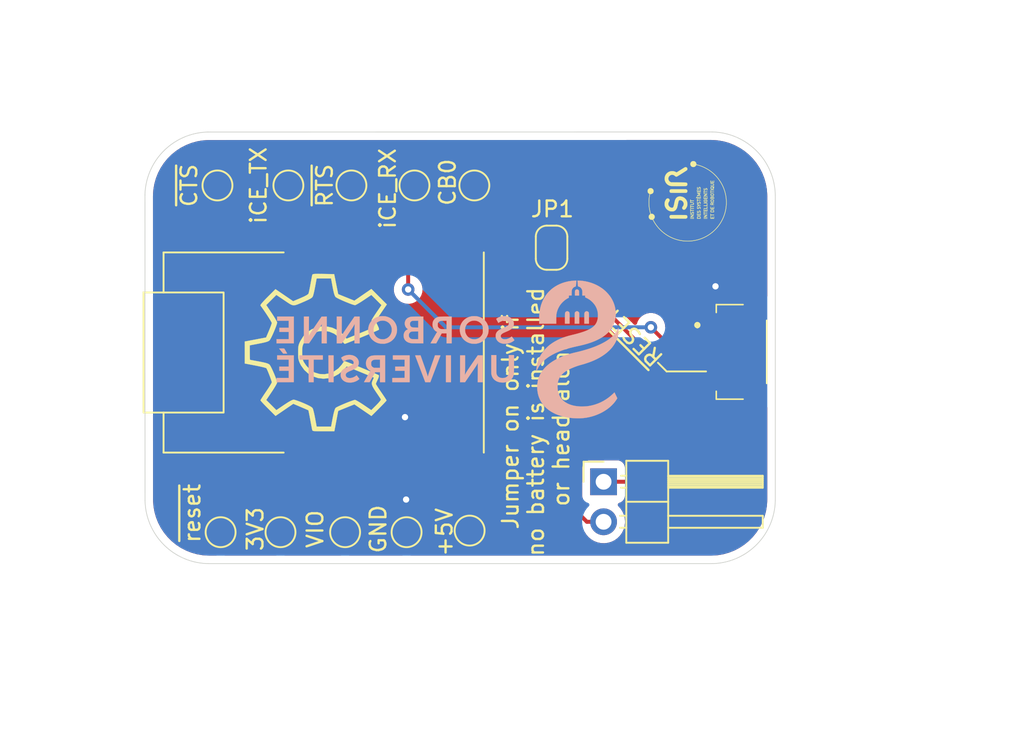
<source format=kicad_pcb>
(kicad_pcb (version 20211014) (generator pcbnew)
  (layers (0 "F.Cu" signal) (31 "B.Cu" signal) (34 "B.Paste" user) (35 "F.Paste" user) (36 "B.SilkS" user "B.Silkscreen") (37 "F.SilkS" user "F.Silkscreen") (38 "B.Mask" user) (39 "F.Mask" user) (44 "Edge.Cuts" user))
  (net 0 "")
  (net 1 "GND")
  (net 2 "/iCE_TX")
  (net 3 "/iCE_RX")
  (net 4 "/+Batt")
  (net 6 "/Charge")
  (net 7 "Net-(JP1-Pad1)")
  (net 8 "Net-(TP1-Pad1)")
  (net 9 "Net-(TP2-Pad1)")
  (net 10 "Net-(TP4-Pad1)")
  (net 11 "Net-(TP5-Pad1)")
  (net 12 "Net-(TP6-Pad1)")
  (net 14 "/~{RESET}")
  (footprint "Connector_PinHeader_2.54mm:PinHeader_1x02_P2.54mm_Horizontal" (layer "F.Cu") (at 139.1 95.4)
    (fp_text reference "J2" hide)
    (fp_text value "Conn_01x02_Male")
    (pad "1" thru_hole rect (at 0 0) (size 1.7 1.7) (drill 1) (layers *.Cu *.Mask) (net 4 "/+Batt"))
    (pad "2" thru_hole oval (at 0 2.54) (size 1.7 1.7) (drill 1) (layers *.Cu *.Mask) (net 6 "/Charge"))
  )
  (footprint "MyFootprints:logo_isir_petit" (layer "F.Cu") (at 144.4 77.6 90)
    (fp_text reference "G***" hide)
    (fp_text value "LOGO" hide)
  )
  (footprint "TestPoint:TestPoint_Pad_D1.5mm" (layer "F.Cu") (at 130.9 76.6)
    (fp_text reference "TP9" hide)
    (fp_text value "TestPoint" hide)
    (pad "1" smd circle (at 0 0) (size 1.5 1.5) (layers "F.Cu" "F.Mask") (net 7 "Net-(JP1-Pad1)"))
  )
  (footprint "TestPoint:TestPoint_Pad_D1.5mm" (layer "F.Cu") (at 119.1 76.6)
    (fp_text reference "TP3" hide)
    (fp_text value "TestPoint" hide)
    (pad "1" smd circle (at 0 0) (size 1.5 1.5) (layers "F.Cu" "F.Mask") (net 2 "/iCE_TX"))
  )
  (footprint "TestPoint:TestPoint_Pad_D1.5mm" (layer "F.Cu") (at 114.8 98.6)
    (fp_text reference "TP2" hide)
    (fp_text value "TestPoint" hide)
    (pad "1" smd circle (at 0 0) (size 1.5 1.5) (layers "F.Cu" "F.Mask") (net 9 "Net-(TP2-Pad1)"))
  )
  (footprint "TestPoint:TestPoint_Pad_D1.5mm" (layer "F.Cu") (at 127.1 76.6)
    (fp_text reference "TP7" hide)
    (fp_text value "TestPoint" hide)
    (pad "1" smd circle (at 0 0) (size 1.5 1.5) (layers "F.Cu" "F.Mask") (net 3 "/iCE_RX"))
  )
  (footprint "TestPoint:TestPoint_Pad_D1.5mm" (layer "F.Cu") (at 114.6 76.6)
    (fp_text reference "TP1" hide)
    (fp_text value "TestPoint" hide)
    (pad "1" smd circle (at 0 0) (size 1.5 1.5) (layers "F.Cu" "F.Mask") (net 8 "Net-(TP1-Pad1)"))
  )
  (footprint "Jumper:SolderJumper-2_P1.3mm_Open_RoundedPad1.0x1.5mm" (layer "F.Cu") (at 135.8 80.55 -90)
    (fp_text reference "JP1" (at -2.45 -0.05) (layer "F.SilkS"))
    (fp_text value "SolderJumper_2_Open")
    (pad "1" smd custom (at -0.65 0 270) (size 1 0.5) (layers "F.Cu" "F.Mask") (net 7 "Net-(JP1-Pad1)") (options (clearance outline) (anchor rect)) (primitives (gr_circle (center 0 0.25) (end 0.5 0.25) (width 0) (fill yes)) (gr_circle (center 0 -0.25) (end 0.5 -0.25) (width 0) (fill yes)) (gr_poly (pts (xy 0.5 0.75) (xy 0 0.75) (xy 0 -0.75) (xy 0.5 -0.75)) (width 0) (fill yes))))
    (pad "2" smd custom (at 0.65 0 270) (size 1 0.5) (layers "F.Cu" "F.Mask") (net 14 "/~{RESET}") (options (clearance outline) (anchor rect)) (primitives (gr_circle (center 0 0.25) (end 0.5 0.25) (width 0) (fill yes)) (gr_circle (center 0 -0.25) (end 0.5 -0.25) (width 0) (fill yes)) (gr_poly (pts (xy 0 0.75) (xy -0.5 0.75) (xy -0.5 -0.75) (xy 0 -0.75)) (width 0) (fill yes))))
  )
  (footprint "TestPoint:TestPoint_Pad_D1.5mm" (layer "F.Cu") (at 118.6 98.6)
    (fp_text reference "TP4" hide)
    (fp_text value "TestPoint" hide)
    (pad "1" smd circle (at 0 0) (size 1.5 1.5) (layers "F.Cu" "F.Mask") (net 10 "Net-(TP4-Pad1)"))
  )
  (footprint "TestPoint:TestPoint_Pad_D1.5mm" (layer "F.Cu") (at 130.6 98.5)
    (fp_text reference "TP10" hide)
    (fp_text value "TestPoint" hide)
    (pad "1" smd circle (at 0 0) (size 1.5 1.5) (layers "F.Cu" "F.Mask") (net 6 "/Charge"))
  )
  (footprint "TestPoint:TestPoint_Pad_D1.5mm" (layer "F.Cu") (at 123.1 76.6)
    (fp_text reference "TP5" hide)
    (fp_text value "TestPoint" hide)
    (pad "1" smd circle (at 0 0) (size 1.5 1.5) (layers "F.Cu" "F.Mask") (net 11 "Net-(TP5-Pad1)"))
  )
  (footprint "MyFootprints:OSHW_empty_10mm" (layer "F.Cu") (at 120.8 87.2 90)
    (fp_text reference "G***" hide)
    (fp_text value "LOGO" hide)
  )
  (footprint "TestPoint:TestPoint_Pad_D1.5mm" (layer "F.Cu") (at 126.6 98.6)
    (fp_text reference "TP8" hide)
    (fp_text value "TestPoint" hide)
    (pad "1" smd circle (at 0 0) (size 1.5 1.5) (layers "F.Cu" "F.Mask") (net 1 "GND"))
  )
  (footprint "TestPoint:TestPoint_Pad_D1.5mm" (layer "F.Cu") (at 122.7 98.6)
    (fp_text reference "TP6" hide)
    (fp_text value "TestPoint" hide)
    (pad "1" smd circle (at 0 0) (size 1.5 1.5) (layers "F.Cu" "F.Mask") (net 12 "Net-(TP6-Pad1)"))
  )
  (footprint "MyFootprints:23287028" (layer "F.Cu") (at 147.2 87.16 90)
    (fp_text reference "J1" hide)
    (fp_text value "2328702-8" hide)
    (pad "1" smd rect (at 1.75 -0.95 90) (size 0.3 0.8) (layers "F.Cu" "F.Paste" "F.Mask") (net 1 "GND"))
    (pad "2" smd rect (at 1.25 -0.95 90) (size 0.3 0.8) (layers "F.Cu" "F.Paste" "F.Mask") (net 2 "/iCE_TX"))
    (pad "3" smd rect (at 0.75 -0.95 90) (size 0.3 0.8) (layers "F.Cu" "F.Paste" "F.Mask") (net 3 "/iCE_RX"))
    (pad "4" smd rect (at 0.25 -0.95 90) (size 0.3 0.8) (layers "F.Cu" "F.Paste" "F.Mask"))
    (pad "5" smd rect (at -0.25 -0.95 90) (size 0.3 0.8) (layers "F.Cu" "F.Paste" "F.Mask") (net 4 "/+Batt"))
    (pad "6" smd rect (at -0.75 -0.95 90) (size 0.3 0.8) (layers "F.Cu" "F.Paste" "F.Mask"))
    (pad "7" smd rect (at -1.25 -0.95 90) (size 0.3 0.8) (layers "F.Cu" "F.Paste" "F.Mask") (net 14 "/~{RESET}"))
    (pad "8" smd rect (at -1.75 -0.95 90) (size 0.3 0.8) (layers "F.Cu" "F.Paste" "F.Mask") (net 6 "/Charge"))
    (pad "MP1" smd rect (at 2.75 1.55 90) (size 0.4 0.8) (layers "F.Cu" "F.Paste" "F.Mask") (net 1 "GND"))
    (pad "MP2" smd rect (at -2.75 1.55 90) (size 0.4 0.8) (layers "F.Cu" "F.Paste" "F.Mask") (net 1 "GND"))
  )
  (footprint "MyFootprints:umft234xf" (layer "F.Cu") (at 125.15 87.2)
    (fp_text reference "U1" hide)
    (fp_text value "umft234xf_module")
    (pad "1" smd circle (at -5.08 6.35) (size 2 2) (layers "F.Cu" "F.Mask") (net 9 "Net-(TP2-Pad1)"))
    (pad "2" smd circle (at -2.54 6.35) (size 2 2) (layers "F.Cu" "F.Mask") (net 10 "Net-(TP4-Pad1)"))
    (pad "3" smd circle (at 0 6.35) (size 2 2) (layers "F.Cu" "F.Mask") (net 12 "Net-(TP6-Pad1)"))
    (pad "4" smd circle (at 2.54 6.35) (size 2 2) (layers "F.Cu" "F.Mask") (net 1 "GND"))
    (pad "5" smd circle (at 5.08 6.35) (size 2 2) (layers "F.Cu" "F.Mask") (net 6 "/Charge"))
    (pad "6" smd circle (at 5.08 -6.35) (size 2 2) (layers "F.Cu" "F.Mask") (net 7 "Net-(JP1-Pad1)"))
    (pad "7" smd circle (at 2.54 -6.35) (size 2 2) (layers "F.Cu" "F.Mask") (net 3 "/iCE_RX"))
    (pad "8" smd circle (at 0 -6.35) (size 2 2) (layers "F.Cu" "F.Mask") (net 11 "Net-(TP5-Pad1)"))
    (pad "9" smd circle (at -2.54 -6.35) (size 2 2) (layers "F.Cu" "F.Mask") (net 2 "/iCE_TX"))
    (pad "10" smd circle (at -5.08 -6.35) (size 2 2) (layers "F.Cu" "F.Mask") (net 8 "Net-(TP1-Pad1)"))
  )
  (footprint "MyFootprints:LOGO_SU_petit" (layer "B.Cu") (at 129.2 87 180)
    (fp_text reference "G***" hide)
    (fp_text value "LOGO" hide)
  )
  (gr_line (start 142.55 87.85) (end 143.1 88.4) (layer "F.SilkS") (width 0.12))
  (gr_line (start 143.1 88.4) (end 145.6 88.4) (layer "F.SilkS") (width 0.12))
  (gr_arc (start 114.005266 100.594734) (mid 111.2 99.4) (end 110.005266 96.594734) (layer "Edge.Cuts") (width 0.05))
  (gr_arc (start 145.994734 73.205266) (mid 148.8 74.4) (end 149.994734 77.205266) (layer "Edge.Cuts") (width 0.05))
  (gr_arc (start 149.994734 96.594734) (mid 148.8 99.4) (end 145.994734 100.594734) (layer "Edge.Cuts") (width 0.05))
  (gr_arc (start 110 77.210532) (mid 111.194734 74.405266) (end 114 73.210532) (layer "Edge.Cuts") (width 0.05))
  (gr_line (start 114 73.210532) (end 145.994734 73.205266) (layer "Edge.Cuts") (width 0.05))
  (gr_line (start 110.005266 96.594734) (end 110 77.210532) (layer "Edge.Cuts") (width 0.05))
  (gr_line (start 145.994734 100.594734) (end 114.005266 100.594734) (layer "Edge.Cuts") (width 0.05))
  (gr_line (start 149.994734 77.205266) (end 149.994734 96.594734) (layer "Edge.Cuts") (width 0.05))
  (gr_text "~{CTS}" (at 112.8 76.6 90) (layer "F.SilkS") (effects (font (size 1 1))))
  (gr_text "+5V" (at 129 98.6 90) (layer "F.SilkS") (effects (font (size 1 1))))
  (gr_text "VIO" (at 120.8 98.4 90) (layer "F.SilkS") (effects (font (size 1 1))))
  (gr_text "~{reset}" (at 113 97.4 90) (layer "F.SilkS") (effects (font (size 1 1))))
  (gr_text "iCE_TX" (at 117.2 76.6 90) (layer "F.SilkS") (effects (font (size 1 1))))
  (gr_text "Jumper on only if\nno battery is installed\nor head alone" (at 134.8 91.6 90) (layer "F.SilkS") (effects (font (size 1 1))))
  (gr_text "~{RTS}" (at 121.4 76.6 90) (layer "F.SilkS") (effects (font (size 1 1))))
  (gr_text "3V3" (at 117 98.4 90) (layer "F.SilkS") (effects (font (size 1 1))))
  (gr_text "GND\n" (at 124.8 98.4 90) (layer "F.SilkS") (effects (font (size 1 1))))
  (gr_text "~{RESET}" (at 141 86.2 135) (layer "F.SilkS") (effects (font (size 1 1))))
  (gr_text "iCE_RX" (at 125.4 76.8 90) (layer "F.SilkS") (effects (font (size 1 1))))
  (gr_text "CB0" (at 129.2 76.4 90) (layer "F.SilkS") (effects (font (size 1 1))))
  (segment (start 126.57 96.53) (end 126.57 98.57) (width 0.25) (layer "F.Cu") (net 1))
  (segment (start 126.57 94.68) (end 126.57 96.53) (width 0.25) (layer "F.Cu") (net 1))
  (segment (start 148.14 84.41) (end 148.75 84.41) (width 0.25) (layer "F.Cu") (net 1))
  (segment (start 127.69 93.55) (end 126.5 92.36) (width 0.25) (layer "F.Cu") (net 1))
  (segment (start 127.69 93.55) (end 127.69 93.56) (width 0.25) (layer "F.Cu") (net 1))
  (segment (start 126.57 98.57) (end 126.6 98.6) (width 0.25) (layer "F.Cu") (net 1))
  (segment (start 146.25 85.41) (end 147.14 85.41) (width 0.25) (layer "F.Cu") (net 1))
  (segment (start 147.14 85.41) (end 148.14 84.41) (width 0.25) (layer "F.Cu") (net 1))
  (segment (start 146.25 85.41) (end 146.25 83.05) (width 0.25) (layer "F.Cu") (net 1))
  (segment (start 126.5 92.36) (end 126.5 91.3) (width 0.25) (layer "F.Cu") (net 1))
  (segment (start 146.25 83.05) (end 146.2 83) (width 0.25) (layer "F.Cu") (net 1))
  (segment (start 127.69 93.56) (end 126.57 94.68) (width 0.25) (layer "F.Cu") (net 1))
  (via (at 146.2 83) (size 0.8) (drill 0.4) (layers "F.Cu" "B.Cu") (net 1))
  (via (at 126.57 96.53) (size 0.8) (drill 0.4) (layers "F.Cu" "B.Cu") (net 1))
  (via (at 126.5 91.3) (size 0.8) (drill 0.4) (layers "F.Cu" "B.Cu") (net 1))
  (segment (start 119.1 76.2) (end 119.1 76.6) (width 0.25) (layer "F.Cu") (net 2))
  (segment (start 121.75 79.99) (end 122.61 80.85) (width 0.25) (layer "F.Cu") (net 2))
  (segment (start 119.75 76.6) (end 121.75 78.6) (width 0.25) (layer "F.Cu") (net 2))
  (segment (start 119.1 76.6) (end 119.75 76.6) (width 0.25) (layer "F.Cu") (net 2))
  (segment (start 133.8 74.8) (end 120.5 74.8) (width 0.25) (layer "F.Cu") (net 2))
  (segment (start 120.5 74.8) (end 119.1 76.2) (width 0.25) (layer "F.Cu") (net 2))
  (segment (start 146.25 85.91) (end 144.91 85.91) (width 0.25) (layer "F.Cu") (net 2))
  (segment (start 144.91 85.91) (end 133.8 74.8) (width 0.25) (layer "F.Cu") (net 2))
  (segment (start 121.75 78.6) (end 121.75 79.99) (width 0.25) (layer "F.Cu") (net 2))
  (segment (start 126.7 83.2) (end 126.7 81.84) (width 0.25) (layer "F.Cu") (net 3))
  (segment (start 142.91 86.41) (end 142.1 85.6) (width 0.25) (layer "F.Cu") (net 3))
  (segment (start 127.4 80.56) (end 127.69 80.85) (width 0.25) (layer "F.Cu") (net 3))
  (segment (start 126.7 81.84) (end 127.69 80.85) (width 0.25) (layer "F.Cu") (net 3))
  (segment (start 146.25 86.41) (end 142.91 86.41) (width 0.25) (layer "F.Cu") (net 3))
  (segment (start 127.1 76.6) (end 127.4 76.9) (width 0.25) (layer "F.Cu") (net 3))
  (segment (start 127.4 76.9) (end 127.4 80.56) (width 0.25) (layer "F.Cu") (net 3))
  (via (at 142.1 85.6) (size 0.8) (drill 0.4) (layers "F.Cu" "B.Cu") (net 3))
  (via (at 126.7 83.2) (size 0.8) (drill 0.4) (layers "F.Cu" "B.Cu") (net 3))
  (segment (start 142.1 85.6) (end 129.1 85.6) (width 0.25) (layer "B.Cu") (net 3))
  (segment (start 129.1 85.6) (end 126.7 83.2) (width 0.25) (layer "B.Cu") (net 3))
  (segment (start 147.5 87.960978) (end 146.949022 87.41) (width 0.25) (layer "F.Cu") (net 4))
  (segment (start 139.1 95.4) (end 142.6 95.4) (width 0.25) (layer "F.Cu") (net 4))
  (segment (start 142.6 95.4) (end 147.5 90.5) (width 0.25) (layer "F.Cu") (net 4))
  (segment (start 147.5 90.5) (end 147.5 87.960978) (width 0.25) (layer "F.Cu") (net 4))
  (segment (start 146.949022 87.41) (end 146.25 87.41) (width 0.25) (layer "F.Cu") (net 4))
  (segment (start 142.26 92.9) (end 130.88 92.9) (width 0.25) (layer "F.Cu") (net 6))
  (segment (start 138.04 97.94) (end 139.1 97.94) (width 0.25) (layer "F.Cu") (net 6))
  (segment (start 130.4 93.72) (end 130.4 98.3) (width 0.25) (layer "F.Cu") (net 6))
  (segment (start 130.28 93.6) (end 133.7 93.6) (width 0.25) (layer "F.Cu") (net 6))
  (segment (start 130.4 98.3) (end 130.6 98.5) (width 0.25) (layer "F.Cu") (net 6))
  (segment (start 130.23 93.55) (end 130.28 93.6) (width 0.25) (layer "F.Cu") (net 6))
  (segment (start 133.7 93.6) (end 138.04 97.94) (width 0.25) (layer "F.Cu") (net 6))
  (segment (start 146.25 88.91) (end 142.26 92.9) (width 0.25) (layer "F.Cu") (net 6))
  (segment (start 130.23 93.55) (end 130.4 93.72) (width 0.25) (layer "F.Cu") (net 6))
  (segment (start 130.88 92.9) (end 130.23 93.55) (width 0.25) (layer "F.Cu") (net 6))
  (segment (start 130.6 80.48) (end 130.23 80.85) (width 0.25) (layer "F.Cu") (net 7))
  (segment (start 130.9 76.6) (end 132.85 76.6) (width 0.25) (layer "F.Cu") (net 7))
  (segment (start 130.6 76.9) (end 130.6 80.48) (width 0.25) (layer "F.Cu") (net 7))
  (segment (start 130.9 76.6) (end 130.6 76.9) (width 0.25) (layer "F.Cu") (net 7))
  (segment (start 132.85 76.6) (end 135.8 79.55) (width 0.25) (layer "F.Cu") (net 7))
  (segment (start 135.8 79.55) (end 135.8 79.9) (width 0.25) (layer "F.Cu") (net 7))
  (segment (start 119.8 80.85) (end 120.07 80.85) (width 0.25) (layer "F.Cu") (net 8))
  (segment (start 115.55 76.6) (end 119.8 80.85) (width 0.25) (layer "F.Cu") (net 8))
  (segment (start 114.6 76.6) (end 115.55 76.6) (width 0.25) (layer "F.Cu") (net 8))
  (segment (start 118.6 94.45) (end 114.8 98.25) (width 0.25) (layer "F.Cu") (net 9))
  (segment (start 114.8 98.25) (end 114.8 98.6) (width 0.25) (layer "F.Cu") (net 9))
  (segment (start 119.17 94.45) (end 118.6 94.45) (width 0.25) (layer "F.Cu") (net 9))
  (segment (start 120.07 93.55) (end 119.17 94.45) (width 0.25) (layer "F.Cu") (net 9))
  (segment (start 122.61 93.55) (end 122.61 93.99) (width 0.25) (layer "F.Cu") (net 10))
  (segment (start 118.6 98.5) (end 118.6 98.6) (width 0.25) (layer "F.Cu") (net 10))
  (segment (start 121.49 95.11) (end 121.49 95.61) (width 0.25) (layer "F.Cu") (net 10))
  (segment (start 121.49 95.61) (end 118.6 98.5) (width 0.25) (layer "F.Cu") (net 10))
  (segment (start 122.61 93.99) (end 121.49 95.11) (width 0.25) (layer "F.Cu") (net 10))
  (segment (start 124.55 80.25) (end 125.15 80.85) (width 0.25) (layer "F.Cu") (net 11))
  (segment (start 124.55 78.05) (end 124.55 80.25) (width 0.25) (layer "F.Cu") (net 11))
  (segment (start 123.1 76.6) (end 124.55 78.05) (width 0.25) (layer "F.Cu") (net 11))
  (segment (start 122.7 98.48) (end 122.7 98.6) (width 0.25) (layer "F.Cu") (net 12))
  (segment (start 125.15 94.25) (end 124.03 95.37) (width 0.25) (layer "F.Cu") (net 12))
  (segment (start 125.15 93.55) (end 125.15 94.25) (width 0.25) (layer "F.Cu") (net 12))
  (segment (start 124.03 95.37) (end 124.03 97.15) (width 0.25) (layer "F.Cu") (net 12))
  (segment (start 124.03 97.15) (end 122.7 98.48) (width 0.25) (layer "F.Cu") (net 12))
  (segment (start 135.9 81.2) (end 135.8 81.2) (width 0.25) (layer "F.Cu") (net 14))
  (segment (start 146.25 88.41) (end 143.11 88.41) (width 0.25) (layer "F.Cu") (net 14))
  (segment (start 143.11 88.41) (end 135.9 81.2) (width 0.25) (layer "F.Cu") (net 14))
  (zone (net 1) (net_name "GND") (layers F&B.Cu) (connect_pads (clearance 0.508)) (min_thickness 0.254) (fill yes (thermal_gap 0.508) (thermal_bridge_width 0.508) (island_removal_mode 1) (island_area_min 0))
    (polygon (pts (xy 165.797116 112.035601) (xy 100.8023 112.032486) (xy 100.815328 64.832653) (xy 165.797444 64.835768)))
  )
)
</source>
